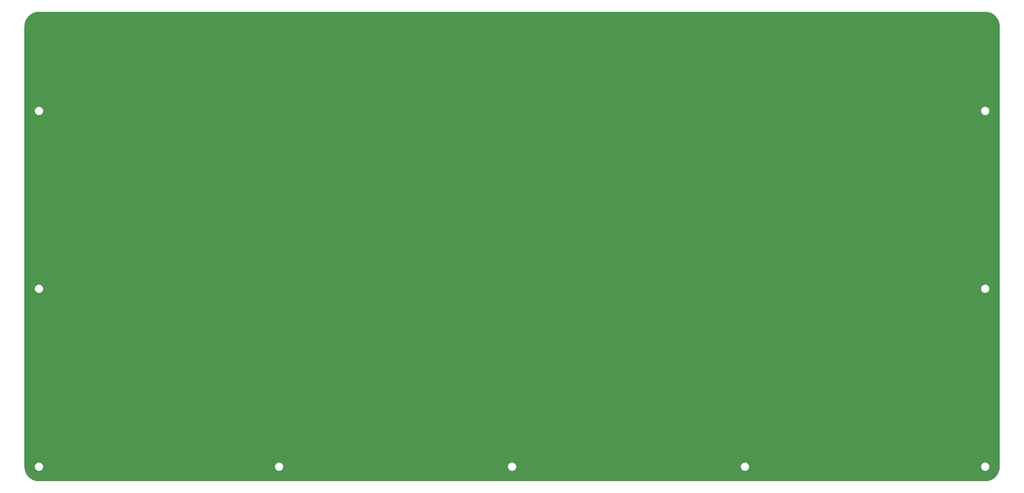
<source format=gtl>
G04 #@! TF.GenerationSoftware,KiCad,Pcbnew,7.0.2-0*
G04 #@! TF.CreationDate,2023-09-13T20:40:25+02:00*
G04 #@! TF.ProjectId,storre_base,73746f72-7265-45f6-9261-73652e6b6963,rev?*
G04 #@! TF.SameCoordinates,Original*
G04 #@! TF.FileFunction,Copper,L1,Top*
G04 #@! TF.FilePolarity,Positive*
%FSLAX46Y46*%
G04 Gerber Fmt 4.6, Leading zero omitted, Abs format (unit mm)*
G04 Created by KiCad (PCBNEW 7.0.2-0) date 2023-09-13 20:40:25*
%MOMM*%
%LPD*%
G01*
G04 APERTURE LIST*
G04 APERTURE END LIST*
G04 #@! TA.AperFunction,NonConductor*
G36*
X362849310Y-36921798D02*
G01*
X362849314Y-36921800D01*
X362899254Y-36921800D01*
X362904748Y-36921919D01*
X363096497Y-36930291D01*
X363319490Y-36940601D01*
X363330085Y-36941542D01*
X363536274Y-36968687D01*
X363744709Y-36997763D01*
X363754544Y-36999536D01*
X363950140Y-37042898D01*
X363960407Y-37045175D01*
X364163090Y-37092845D01*
X364172093Y-37095321D01*
X364374538Y-37159152D01*
X364571187Y-37225062D01*
X364579296Y-37228096D01*
X364775023Y-37309168D01*
X364777490Y-37310224D01*
X364965751Y-37393349D01*
X364973012Y-37396838D01*
X365161102Y-37494752D01*
X365164206Y-37496424D01*
X365343586Y-37596338D01*
X365349963Y-37600140D01*
X365528968Y-37714179D01*
X365532475Y-37716497D01*
X365701692Y-37832414D01*
X365707189Y-37836400D01*
X365875685Y-37965691D01*
X365879424Y-37968677D01*
X366021469Y-38086629D01*
X366037165Y-38099663D01*
X366041794Y-38103702D01*
X366198409Y-38247213D01*
X366202380Y-38251015D01*
X366347283Y-38395918D01*
X366351085Y-38399889D01*
X366494596Y-38556504D01*
X366498635Y-38561133D01*
X366629558Y-38718798D01*
X366629601Y-38718849D01*
X366632628Y-38722640D01*
X366761898Y-38891109D01*
X366765884Y-38896606D01*
X366881801Y-39065823D01*
X366884119Y-39069330D01*
X366998151Y-39248324D01*
X367001960Y-39254712D01*
X367101874Y-39434092D01*
X367103561Y-39437224D01*
X367201454Y-39625274D01*
X367204955Y-39632560D01*
X367288029Y-39820703D01*
X367289162Y-39823351D01*
X367349768Y-39969669D01*
X367370190Y-40018971D01*
X367373249Y-40027147D01*
X367439152Y-40223775D01*
X367502977Y-40426201D01*
X367505458Y-40435230D01*
X367553123Y-40637887D01*
X367598759Y-40843736D01*
X367600536Y-40853593D01*
X367629612Y-41062030D01*
X367656754Y-41268199D01*
X367657698Y-41278823D01*
X367668013Y-41501912D01*
X367676380Y-41693551D01*
X367676500Y-41699047D01*
X367676500Y-186230055D01*
X367676380Y-186235549D01*
X367668020Y-186427107D01*
X367657706Y-186650284D01*
X367656762Y-186660911D01*
X367629635Y-186866992D01*
X367600551Y-187075513D01*
X367598773Y-187085374D01*
X367553149Y-187291188D01*
X367505480Y-187493873D01*
X367502997Y-187502907D01*
X367439174Y-187705339D01*
X367373269Y-187901981D01*
X367370213Y-187910146D01*
X367289214Y-188105700D01*
X367288070Y-188108376D01*
X367204984Y-188296554D01*
X367201483Y-188303840D01*
X367103592Y-188491891D01*
X367101905Y-188495024D01*
X367001986Y-188674415D01*
X366998177Y-188680802D01*
X366884153Y-188859786D01*
X366881835Y-188863294D01*
X366765907Y-189032530D01*
X366761920Y-189038026D01*
X366632675Y-189206464D01*
X366629648Y-189210256D01*
X366498652Y-189368008D01*
X366494613Y-189372637D01*
X366351134Y-189529218D01*
X366347332Y-189533189D01*
X366202389Y-189678132D01*
X366198418Y-189681934D01*
X366041837Y-189825413D01*
X366037208Y-189829452D01*
X365879456Y-189960448D01*
X365875664Y-189963475D01*
X365707226Y-190092720D01*
X365701730Y-190096707D01*
X365532494Y-190212635D01*
X365528986Y-190214953D01*
X365350002Y-190328977D01*
X365343615Y-190332786D01*
X365164224Y-190432705D01*
X365161091Y-190434392D01*
X364973040Y-190532283D01*
X364965754Y-190535784D01*
X364777576Y-190618870D01*
X364774900Y-190620014D01*
X364579352Y-190701011D01*
X364571175Y-190704071D01*
X364374540Y-190769974D01*
X364172105Y-190833799D01*
X364163075Y-190836280D01*
X363960388Y-190883949D01*
X363754572Y-190929573D01*
X363744715Y-190931350D01*
X363536192Y-190960435D01*
X363441656Y-190972879D01*
X363330104Y-190987563D01*
X363319485Y-190988506D01*
X363096307Y-190998820D01*
X362904750Y-191007180D01*
X362899256Y-191007300D01*
X52529747Y-191007300D01*
X52524251Y-191007180D01*
X52332612Y-190998813D01*
X52109524Y-190988498D01*
X52098898Y-190987554D01*
X51892731Y-190960412D01*
X51684295Y-190931336D01*
X51674434Y-190929558D01*
X51468588Y-190883923D01*
X51265933Y-190836259D01*
X51256898Y-190833775D01*
X51054475Y-190769952D01*
X50857841Y-190704047D01*
X50849676Y-190700992D01*
X50775547Y-190670287D01*
X50654060Y-190619965D01*
X50651425Y-190618838D01*
X50585126Y-190589564D01*
X50463260Y-190535755D01*
X50455974Y-190532254D01*
X50267924Y-190434361D01*
X50264792Y-190432674D01*
X50085412Y-190332760D01*
X50079024Y-190328951D01*
X49900030Y-190214919D01*
X49896523Y-190212601D01*
X49727306Y-190096684D01*
X49721809Y-190092698D01*
X49620418Y-190014899D01*
X49553327Y-189963418D01*
X49549563Y-189960412D01*
X49391853Y-189829452D01*
X49391833Y-189829435D01*
X49387204Y-189825396D01*
X49230589Y-189681885D01*
X49226618Y-189678083D01*
X49081715Y-189533180D01*
X49077913Y-189529209D01*
X48934402Y-189372594D01*
X48930363Y-189367965D01*
X48917329Y-189352269D01*
X48799377Y-189210224D01*
X48796375Y-189206464D01*
X48667100Y-189037989D01*
X48663114Y-189032492D01*
X48547197Y-188863275D01*
X48544879Y-188859768D01*
X48430840Y-188680763D01*
X48427038Y-188674386D01*
X48327124Y-188495006D01*
X48325446Y-188491891D01*
X48227538Y-188303812D01*
X48224049Y-188296551D01*
X48140924Y-188108290D01*
X48139868Y-188105823D01*
X48058797Y-187910099D01*
X48055756Y-187901971D01*
X47989852Y-187705339D01*
X47926009Y-187502857D01*
X47923544Y-187493886D01*
X47875875Y-187291207D01*
X47869908Y-187264292D01*
X47830232Y-187085329D01*
X47828464Y-187075513D01*
X47799394Y-186867121D01*
X47772242Y-186660887D01*
X47771301Y-186650284D01*
X47760983Y-186427107D01*
X47752620Y-186235548D01*
X47752500Y-186230053D01*
X47752500Y-186225800D01*
X51169441Y-186225800D01*
X51190037Y-186461209D01*
X51251196Y-186689462D01*
X51351065Y-186903629D01*
X51486607Y-187097204D01*
X51653695Y-187264292D01*
X51653698Y-187264294D01*
X51653699Y-187264295D01*
X51847271Y-187399835D01*
X52061437Y-187499703D01*
X52289696Y-187560864D01*
X52463387Y-187576060D01*
X52463394Y-187576060D01*
X52466134Y-187576300D01*
X52468874Y-187576300D01*
X52581326Y-187576300D01*
X52584066Y-187576300D01*
X52586806Y-187576060D01*
X52586812Y-187576060D01*
X52760503Y-187560864D01*
X52760506Y-187560863D01*
X52760508Y-187560863D01*
X52988763Y-187499703D01*
X53202929Y-187399835D01*
X53396501Y-187264295D01*
X53563595Y-187097201D01*
X53699135Y-186903630D01*
X53799003Y-186689463D01*
X53860163Y-186461208D01*
X53880759Y-186225800D01*
X129956941Y-186225800D01*
X129977537Y-186461209D01*
X130038696Y-186689462D01*
X130138565Y-186903629D01*
X130274107Y-187097204D01*
X130441195Y-187264292D01*
X130441198Y-187264294D01*
X130441199Y-187264295D01*
X130634771Y-187399835D01*
X130848937Y-187499703D01*
X131077196Y-187560864D01*
X131250887Y-187576060D01*
X131250894Y-187576060D01*
X131253634Y-187576300D01*
X131256374Y-187576300D01*
X131368826Y-187576300D01*
X131371566Y-187576300D01*
X131374306Y-187576060D01*
X131374312Y-187576060D01*
X131548003Y-187560864D01*
X131548006Y-187560863D01*
X131548008Y-187560863D01*
X131776263Y-187499703D01*
X131990429Y-187399835D01*
X132184001Y-187264295D01*
X132351095Y-187097201D01*
X132486635Y-186903630D01*
X132586503Y-186689463D01*
X132647663Y-186461208D01*
X132668259Y-186225800D01*
X206356941Y-186225800D01*
X206377537Y-186461209D01*
X206438696Y-186689462D01*
X206538565Y-186903629D01*
X206674107Y-187097204D01*
X206841195Y-187264292D01*
X206841198Y-187264294D01*
X206841199Y-187264295D01*
X207034771Y-187399835D01*
X207248937Y-187499703D01*
X207477196Y-187560864D01*
X207650887Y-187576060D01*
X207650894Y-187576060D01*
X207653634Y-187576300D01*
X207656374Y-187576300D01*
X207768826Y-187576300D01*
X207771566Y-187576300D01*
X207774306Y-187576060D01*
X207774312Y-187576060D01*
X207948003Y-187560864D01*
X207948006Y-187560863D01*
X207948008Y-187560863D01*
X208176263Y-187499703D01*
X208390429Y-187399835D01*
X208584001Y-187264295D01*
X208751095Y-187097201D01*
X208886635Y-186903630D01*
X208986503Y-186689463D01*
X209047663Y-186461208D01*
X209068259Y-186225800D01*
X282756941Y-186225800D01*
X282777537Y-186461209D01*
X282838696Y-186689462D01*
X282938565Y-186903629D01*
X283074107Y-187097204D01*
X283241195Y-187264292D01*
X283241198Y-187264294D01*
X283241199Y-187264295D01*
X283434771Y-187399835D01*
X283648936Y-187499703D01*
X283648937Y-187499703D01*
X283877196Y-187560864D01*
X284050887Y-187576060D01*
X284050894Y-187576060D01*
X284053634Y-187576300D01*
X284056374Y-187576300D01*
X284168826Y-187576300D01*
X284171566Y-187576300D01*
X284174306Y-187576060D01*
X284174312Y-187576060D01*
X284348003Y-187560864D01*
X284348006Y-187560863D01*
X284348008Y-187560863D01*
X284576263Y-187499703D01*
X284790429Y-187399835D01*
X284984001Y-187264295D01*
X285151095Y-187097201D01*
X285286635Y-186903630D01*
X285386503Y-186689463D01*
X285447663Y-186461208D01*
X285468259Y-186225800D01*
X361544441Y-186225800D01*
X361565037Y-186461209D01*
X361626196Y-186689462D01*
X361726065Y-186903629D01*
X361861607Y-187097204D01*
X362028695Y-187264292D01*
X362028698Y-187264294D01*
X362028699Y-187264295D01*
X362222271Y-187399835D01*
X362436436Y-187499703D01*
X362436437Y-187499703D01*
X362664696Y-187560864D01*
X362838387Y-187576060D01*
X362838394Y-187576060D01*
X362841134Y-187576300D01*
X362843874Y-187576300D01*
X362956326Y-187576300D01*
X362959066Y-187576300D01*
X362961806Y-187576060D01*
X362961812Y-187576060D01*
X363135503Y-187560864D01*
X363135506Y-187560863D01*
X363135508Y-187560863D01*
X363363763Y-187499703D01*
X363577929Y-187399835D01*
X363771501Y-187264295D01*
X363938595Y-187097201D01*
X364074135Y-186903630D01*
X364174003Y-186689463D01*
X364235163Y-186461208D01*
X364255759Y-186225800D01*
X364235163Y-185990392D01*
X364174003Y-185762137D01*
X364074135Y-185547971D01*
X363938595Y-185354399D01*
X363938594Y-185354398D01*
X363938592Y-185354395D01*
X363771504Y-185187307D01*
X363577929Y-185051765D01*
X363363762Y-184951896D01*
X363135503Y-184890735D01*
X362961812Y-184875539D01*
X362961783Y-184875537D01*
X362959066Y-184875300D01*
X362841134Y-184875300D01*
X362838417Y-184875537D01*
X362838387Y-184875539D01*
X362664696Y-184890735D01*
X362436437Y-184951896D01*
X362222270Y-185051765D01*
X362028695Y-185187307D01*
X361861607Y-185354395D01*
X361726065Y-185547969D01*
X361626196Y-185762136D01*
X361565037Y-185990390D01*
X361544441Y-186225800D01*
X285468259Y-186225800D01*
X285447663Y-185990392D01*
X285386503Y-185762137D01*
X285286635Y-185547971D01*
X285151095Y-185354399D01*
X285151094Y-185354398D01*
X285151092Y-185354395D01*
X284984004Y-185187307D01*
X284790429Y-185051765D01*
X284576262Y-184951896D01*
X284348003Y-184890735D01*
X284174312Y-184875539D01*
X284174283Y-184875537D01*
X284171566Y-184875300D01*
X284053634Y-184875300D01*
X284050917Y-184875537D01*
X284050887Y-184875539D01*
X283877196Y-184890735D01*
X283648937Y-184951896D01*
X283434770Y-185051765D01*
X283241195Y-185187307D01*
X283074107Y-185354395D01*
X282938565Y-185547969D01*
X282838696Y-185762136D01*
X282777537Y-185990390D01*
X282756941Y-186225800D01*
X209068259Y-186225800D01*
X209047663Y-185990392D01*
X208986503Y-185762137D01*
X208886635Y-185547971D01*
X208751095Y-185354399D01*
X208751094Y-185354398D01*
X208751092Y-185354395D01*
X208584004Y-185187307D01*
X208390429Y-185051765D01*
X208176262Y-184951896D01*
X207948003Y-184890735D01*
X207774312Y-184875539D01*
X207774283Y-184875537D01*
X207771566Y-184875300D01*
X207653634Y-184875300D01*
X207650917Y-184875537D01*
X207650887Y-184875539D01*
X207477196Y-184890735D01*
X207248937Y-184951896D01*
X207034770Y-185051765D01*
X206841195Y-185187307D01*
X206674107Y-185354395D01*
X206538565Y-185547969D01*
X206438696Y-185762136D01*
X206377537Y-185990390D01*
X206356941Y-186225800D01*
X132668259Y-186225800D01*
X132647663Y-185990392D01*
X132586503Y-185762137D01*
X132486635Y-185547971D01*
X132351095Y-185354399D01*
X132351094Y-185354398D01*
X132351092Y-185354395D01*
X132184004Y-185187307D01*
X131990429Y-185051765D01*
X131776262Y-184951896D01*
X131548003Y-184890735D01*
X131374312Y-184875539D01*
X131374283Y-184875537D01*
X131371566Y-184875300D01*
X131253634Y-184875300D01*
X131250917Y-184875537D01*
X131250887Y-184875539D01*
X131077196Y-184890735D01*
X130848937Y-184951896D01*
X130634770Y-185051765D01*
X130441195Y-185187307D01*
X130274107Y-185354395D01*
X130138565Y-185547969D01*
X130038696Y-185762136D01*
X129977537Y-185990390D01*
X129956941Y-186225800D01*
X53880759Y-186225800D01*
X53860163Y-185990392D01*
X53799003Y-185762137D01*
X53699135Y-185547971D01*
X53563595Y-185354399D01*
X53563594Y-185354398D01*
X53563592Y-185354395D01*
X53396504Y-185187307D01*
X53202929Y-185051765D01*
X52988762Y-184951896D01*
X52760503Y-184890735D01*
X52586812Y-184875539D01*
X52586783Y-184875537D01*
X52584066Y-184875300D01*
X52466134Y-184875300D01*
X52463417Y-184875537D01*
X52463387Y-184875539D01*
X52289696Y-184890735D01*
X52061437Y-184951896D01*
X51847270Y-185051765D01*
X51653695Y-185187307D01*
X51486607Y-185354395D01*
X51351065Y-185547969D01*
X51251196Y-185762136D01*
X51190037Y-185990390D01*
X51169441Y-186225800D01*
X47752500Y-186225800D01*
X47752500Y-127837799D01*
X51169441Y-127837799D01*
X51190037Y-128073209D01*
X51251196Y-128301462D01*
X51351065Y-128515629D01*
X51486607Y-128709204D01*
X51653695Y-128876292D01*
X51653698Y-128876294D01*
X51653699Y-128876295D01*
X51847271Y-129011835D01*
X52061437Y-129111703D01*
X52289696Y-129172864D01*
X52463387Y-129188060D01*
X52463394Y-129188060D01*
X52466134Y-129188300D01*
X52468874Y-129188300D01*
X52581326Y-129188300D01*
X52584066Y-129188300D01*
X52586806Y-129188060D01*
X52586812Y-129188060D01*
X52760503Y-129172864D01*
X52760506Y-129172863D01*
X52760508Y-129172863D01*
X52988763Y-129111703D01*
X53202929Y-129011835D01*
X53396501Y-128876295D01*
X53563595Y-128709201D01*
X53699135Y-128515630D01*
X53799003Y-128301463D01*
X53860163Y-128073208D01*
X53880759Y-127837800D01*
X53880759Y-127837799D01*
X361544441Y-127837799D01*
X361565037Y-128073209D01*
X361626196Y-128301462D01*
X361726065Y-128515629D01*
X361861607Y-128709204D01*
X362028695Y-128876292D01*
X362028698Y-128876294D01*
X362028699Y-128876295D01*
X362222271Y-129011835D01*
X362436436Y-129111703D01*
X362436437Y-129111703D01*
X362664696Y-129172864D01*
X362838387Y-129188060D01*
X362838394Y-129188060D01*
X362841134Y-129188300D01*
X362843874Y-129188300D01*
X362956326Y-129188300D01*
X362959066Y-129188300D01*
X362961806Y-129188060D01*
X362961812Y-129188060D01*
X363135503Y-129172864D01*
X363135506Y-129172863D01*
X363135508Y-129172863D01*
X363363763Y-129111703D01*
X363577929Y-129011835D01*
X363771501Y-128876295D01*
X363938595Y-128709201D01*
X364074135Y-128515630D01*
X364174003Y-128301463D01*
X364235163Y-128073208D01*
X364255759Y-127837800D01*
X364235163Y-127602392D01*
X364174003Y-127374137D01*
X364074135Y-127159971D01*
X363938595Y-126966399D01*
X363938594Y-126966398D01*
X363938592Y-126966395D01*
X363771504Y-126799307D01*
X363577929Y-126663765D01*
X363363762Y-126563896D01*
X363135503Y-126502735D01*
X362961812Y-126487539D01*
X362961783Y-126487537D01*
X362959066Y-126487300D01*
X362841134Y-126487300D01*
X362838417Y-126487537D01*
X362838387Y-126487539D01*
X362664696Y-126502735D01*
X362436437Y-126563896D01*
X362222270Y-126663765D01*
X362028695Y-126799307D01*
X361861607Y-126966395D01*
X361726065Y-127159969D01*
X361626196Y-127374136D01*
X361565037Y-127602390D01*
X361544441Y-127837799D01*
X53880759Y-127837799D01*
X53860163Y-127602392D01*
X53799003Y-127374137D01*
X53699135Y-127159971D01*
X53563595Y-126966399D01*
X53563594Y-126966398D01*
X53563592Y-126966395D01*
X53396504Y-126799307D01*
X53202929Y-126663765D01*
X52988762Y-126563896D01*
X52760503Y-126502735D01*
X52586812Y-126487539D01*
X52586783Y-126487537D01*
X52584066Y-126487300D01*
X52466134Y-126487300D01*
X52463417Y-126487537D01*
X52463387Y-126487539D01*
X52289696Y-126502735D01*
X52061437Y-126563896D01*
X51847270Y-126663765D01*
X51653695Y-126799307D01*
X51486607Y-126966395D01*
X51351065Y-127159969D01*
X51251196Y-127374136D01*
X51190037Y-127602390D01*
X51169441Y-127837799D01*
X47752500Y-127837799D01*
X47752500Y-69450050D01*
X51169441Y-69450050D01*
X51190037Y-69685459D01*
X51251196Y-69913712D01*
X51351065Y-70127879D01*
X51486607Y-70321454D01*
X51653695Y-70488542D01*
X51653698Y-70488544D01*
X51653699Y-70488545D01*
X51847271Y-70624085D01*
X52061436Y-70723952D01*
X52061437Y-70723953D01*
X52289696Y-70785114D01*
X52463387Y-70800310D01*
X52463394Y-70800310D01*
X52466134Y-70800550D01*
X52468874Y-70800550D01*
X52581326Y-70800550D01*
X52584066Y-70800550D01*
X52586806Y-70800310D01*
X52586812Y-70800310D01*
X52760503Y-70785114D01*
X52760506Y-70785113D01*
X52760508Y-70785113D01*
X52988763Y-70723953D01*
X53202929Y-70624085D01*
X53396501Y-70488545D01*
X53563595Y-70321451D01*
X53699135Y-70127880D01*
X53799003Y-69913713D01*
X53860163Y-69685458D01*
X53880759Y-69450050D01*
X361544441Y-69450050D01*
X361565037Y-69685459D01*
X361626196Y-69913712D01*
X361726065Y-70127879D01*
X361861607Y-70321454D01*
X362028695Y-70488542D01*
X362028698Y-70488544D01*
X362028699Y-70488545D01*
X362222271Y-70624085D01*
X362436436Y-70723953D01*
X362436437Y-70723953D01*
X362664696Y-70785114D01*
X362838387Y-70800310D01*
X362838394Y-70800310D01*
X362841134Y-70800550D01*
X362843874Y-70800550D01*
X362956326Y-70800550D01*
X362959066Y-70800550D01*
X362961806Y-70800310D01*
X362961812Y-70800310D01*
X363135503Y-70785114D01*
X363135506Y-70785113D01*
X363135508Y-70785113D01*
X363363763Y-70723953D01*
X363577929Y-70624085D01*
X363771501Y-70488545D01*
X363938595Y-70321451D01*
X364074135Y-70127880D01*
X364174003Y-69913713D01*
X364235163Y-69685458D01*
X364255759Y-69450050D01*
X364235163Y-69214642D01*
X364174003Y-68986387D01*
X364074135Y-68772221D01*
X363938595Y-68578649D01*
X363938594Y-68578648D01*
X363938592Y-68578645D01*
X363771504Y-68411557D01*
X363577929Y-68276015D01*
X363363762Y-68176146D01*
X363135503Y-68114985D01*
X362961812Y-68099789D01*
X362961783Y-68099787D01*
X362959066Y-68099550D01*
X362841134Y-68099550D01*
X362838417Y-68099787D01*
X362838387Y-68099789D01*
X362664696Y-68114985D01*
X362436437Y-68176146D01*
X362222270Y-68276015D01*
X362028695Y-68411557D01*
X361861607Y-68578645D01*
X361726065Y-68772219D01*
X361626196Y-68986386D01*
X361565037Y-69214640D01*
X361544441Y-69450050D01*
X53880759Y-69450050D01*
X53860163Y-69214642D01*
X53799003Y-68986387D01*
X53699135Y-68772221D01*
X53563595Y-68578649D01*
X53563594Y-68578648D01*
X53563592Y-68578645D01*
X53396504Y-68411557D01*
X53202929Y-68276015D01*
X52988762Y-68176146D01*
X52760503Y-68114985D01*
X52586812Y-68099789D01*
X52586783Y-68099787D01*
X52584066Y-68099550D01*
X52466134Y-68099550D01*
X52463417Y-68099787D01*
X52463387Y-68099789D01*
X52289696Y-68114985D01*
X52061437Y-68176146D01*
X51847270Y-68276015D01*
X51653695Y-68411557D01*
X51486607Y-68578645D01*
X51351065Y-68772219D01*
X51251196Y-68986386D01*
X51190037Y-69214640D01*
X51169441Y-69450050D01*
X47752500Y-69450050D01*
X47752500Y-41699042D01*
X47752620Y-41693549D01*
X47760989Y-41501771D01*
X47771295Y-41278777D01*
X47772232Y-41268219D01*
X47799376Y-41062015D01*
X47828451Y-40853553D01*
X47830216Y-40843762D01*
X47875873Y-40637802D01*
X47923520Y-40435204D01*
X47925987Y-40426224D01*
X47989851Y-40223660D01*
X48055732Y-40027092D01*
X48058772Y-40018968D01*
X48139854Y-39823208D01*
X48140928Y-39820703D01*
X48224015Y-39632523D01*
X48227504Y-39625259D01*
X48325427Y-39437144D01*
X48327091Y-39434056D01*
X48427017Y-39254648D01*
X48430803Y-39248297D01*
X48544903Y-39069191D01*
X48547102Y-39065863D01*
X48663089Y-38896539D01*
X48667057Y-38891069D01*
X48796365Y-38722547D01*
X48799304Y-38718864D01*
X48930375Y-38561018D01*
X48934341Y-38556472D01*
X49077880Y-38399824D01*
X49081618Y-38395918D01*
X49226676Y-38250857D01*
X49230526Y-38247172D01*
X49387195Y-38103609D01*
X49391743Y-38099640D01*
X49549593Y-37968561D01*
X49553257Y-37965636D01*
X49721814Y-37836295D01*
X49727215Y-37832378D01*
X49896553Y-37716376D01*
X49899947Y-37714133D01*
X50079044Y-37600034D01*
X50085322Y-37596290D01*
X50264868Y-37496282D01*
X50267793Y-37494706D01*
X50455984Y-37396739D01*
X50463214Y-37393265D01*
X50651453Y-37310149D01*
X50654054Y-37309037D01*
X50723889Y-37280110D01*
X50849651Y-37228016D01*
X50857789Y-37224971D01*
X51054419Y-37159065D01*
X51256933Y-37095211D01*
X51265898Y-37092748D01*
X51468521Y-37045090D01*
X51674440Y-36999439D01*
X51684243Y-36997671D01*
X51892704Y-36968591D01*
X52098930Y-36941440D01*
X52109482Y-36940503D01*
X52332585Y-36930188D01*
X52524251Y-36921819D01*
X52529745Y-36921700D01*
X362849310Y-36921798D01*
G37*
G04 #@! TD.AperFunction*
M02*

</source>
